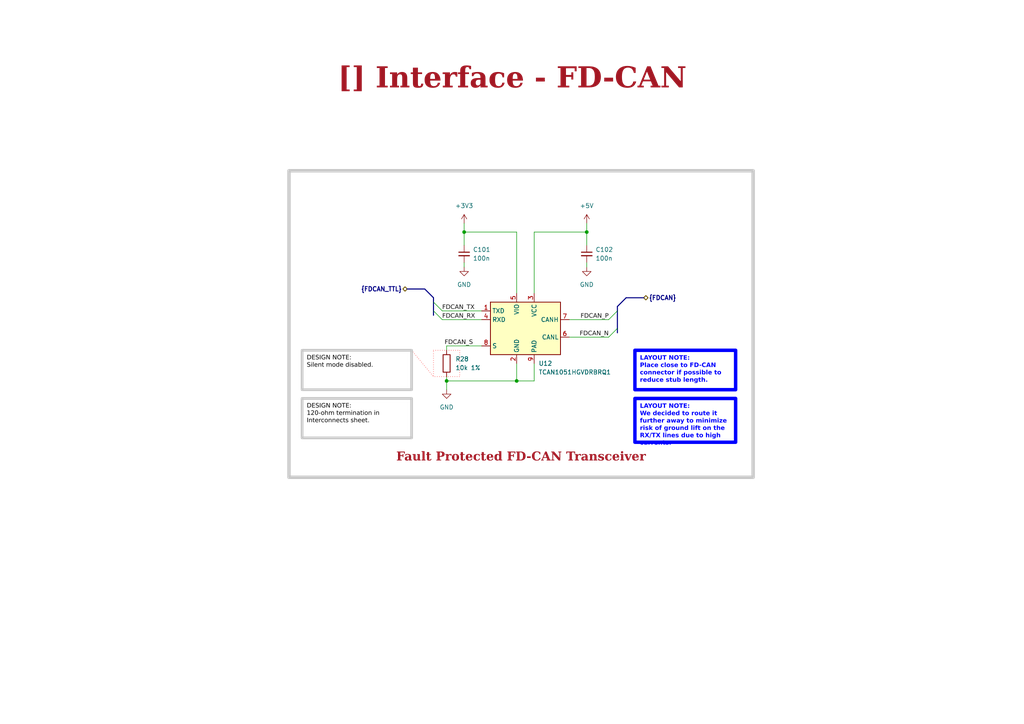
<source format=kicad_sch>
(kicad_sch (version 20230121) (generator eeschema)
  (paper "A4")
  (title_block (title "Interface - FD-CAN") (date "2023-10-15") (rev "${REVISION}") (company "${COMPANY}"))
  (lib_symbols
    (symbol "0_interface_can:TCAN1051HGVDRBRQ1"
      (property "Reference" "U" (at 0 0 0))
      (property "Value" "TCAN1051HGVDRBRQ1" (at 0 0 0))
      (symbol "TCAN1051HGVDRBRQ1_0_1"
        (rectangle (start -10.16 7.62) (end 10.16 -7.62) (stroke (width 0.254)) (fill (type background)))
      )
      (symbol "TCAN1051HGVDRBRQ1_1_1"
        (pin input line (at -12.7 5.08 0) (length 2.54) (name "TXD") (number "1"))
        (pin power_in line (at -2.54 -10.16 90) (length 2.54) (name "GND") (number "2"))
        (pin power_in line (at 2.54 10.16 270) (length 2.54) (name "VCC") (number "3"))
        (pin output line (at -12.7 2.54 0) (length 2.54) (name "RXD") (number "4"))
        (pin power_in line (at -2.54 10.16 270) (length 2.54) (name "VIO") (number "5"))
        (pin bidirectional line (at 12.7 -2.54 180) (length 2.54) (name "CANL") (number "6"))
        (pin bidirectional line (at 12.7 2.54 180) (length 2.54) (name "CANH") (number "7"))
        (pin input line (at -12.7 -5.08 0) (length 2.54) (name "S") (number "8"))
        (pin passive line (at 2.54 -10.16 90) (length 2.54) (name "PAD") (number "9"))
      )
    )
    (symbol "Device:C_Small" (pin_numbers hide) (pin_names (offset 0.254) hide)
      (property "Reference" "C" (at 0.254 1.778 0))
      (property "Value" "C_Small" (at 0.254 -2.032 0))
      (symbol "C_Small_0_1"
        (polyline (pts (xy -1.524 -0.508) (xy 1.524 -0.508)) (stroke (width 0.3302)))
        (polyline (pts (xy -1.524 0.508) (xy 1.524 0.508)) (stroke (width 0.3048)))
      )
      (symbol "C_Small_1_1"
        (pin passive line (at 0 2.54 270) (length 2.032) (name "~") (number "1"))
        (pin passive line (at 0 -2.54 90) (length 2.032) (name "~") (number "2"))
      )
    )
    (symbol "Device:R" (pin_numbers hide) (pin_names (offset 0))
      (property "Reference" "R" (at 2.032 0 90))
      (property "Value" "R" (at 0 0 90))
      (symbol "R_0_1"
        (rectangle (start -1.016 -2.54) (end 1.016 2.54) (stroke (width 0.254)))
      )
      (symbol "R_1_1"
        (pin passive line (at 0 3.81 270) (length 1.27) (name "~") (number "1"))
        (pin passive line (at 0 -3.81 90) (length 1.27) (name "~") (number "2"))
      )
    )
    (symbol "power:+3V3" (power) (pin_names (offset 0))
      (property "Value" "+3V3" (at 0 3.556 0))
      (symbol "+3V3_0_1"
        (polyline (pts (xy -0.762 1.27) (xy 0 2.54)))
        (polyline (pts (xy 0 0) (xy 0 2.54)))
        (polyline (pts (xy 0 2.54) (xy 0.762 1.27)))
      )
      (symbol "+3V3_1_1"
        (pin power_in line (at 0 0 90) (length 0) hide (name "+3V3") (number "1"))
      )
    )
    (symbol "power:+5V" (power) (pin_names (offset 0))
      (property "Value" "+5V" (at 0 3.556 0))
      (symbol "+5V_0_1"
        (polyline (pts (xy -0.762 1.27) (xy 0 2.54)))
        (polyline (pts (xy 0 0) (xy 0 2.54)))
        (polyline (pts (xy 0 2.54) (xy 0.762 1.27)))
      )
      (symbol "+5V_1_1"
        (pin power_in line (at 0 0 90) (length 0) hide (name "+5V") (number "1"))
      )
    )
    (symbol "power:GND" (power) (pin_names (offset 0))
      (property "Value" "GND" (at 0 -3.81 0))
      (symbol "GND_0_1"
        (polyline (pts (xy 0 0) (xy 0 -1.27) (xy 1.27 -1.27) (xy 0 -2.54) (xy -1.27 -1.27) (xy 0 -1.27)))
      )
      (symbol "GND_1_1"
        (pin power_in line (at 0 0 270) (length 0) hide (name "GND") (number "1"))
      )
    )
  )
  (junction (at 134.62 67.31))
  (junction (at 149.86 110.49))
  (junction (at 170.18 67.31))
  (junction (at 129.54 110.49))
  (bus_entry (at 179.07 95.25) (size -2.54 2.54))
  (bus_entry (at 179.07 90.17) (size -2.54 2.54))
  (bus_entry (at 125.73 87.63) (size 2.54 2.54))
  (bus_entry (at 125.73 90.17) (size 2.54 2.54))
  (wire (pts (xy 129.54 110.49) (xy 149.86 110.49)))
  (bus (pts (xy 179.07 90.17) (xy 179.07 95.25)))
  (wire (pts (xy 170.18 64.77) (xy 170.18 67.31)))
  (bus (pts (xy 179.07 88.9) (xy 179.07 90.17)))
  (bus (pts (xy 181.61 86.36) (xy 179.07 88.9)))
  (bus (pts (xy 123.19 83.82) (xy 125.73 86.36)))
  (wire (pts (xy 170.18 71.12) (xy 170.18 67.31)))
  (wire (pts (xy 129.54 100.33) (xy 139.7 100.33)))
  (wire (pts (xy 176.53 92.71) (xy 165.1 92.71)))
  (wire (pts (xy 149.86 110.49) (xy 154.94 110.49)))
  (bus (pts (xy 179.07 95.25) (xy 179.07 96.52)))
  (bus (pts (xy 125.73 86.36) (xy 125.73 87.63)))
  (wire (pts (xy 170.18 67.31) (xy 154.94 67.31)))
  (wire (pts (xy 128.27 92.71) (xy 139.7 92.71)))
  (wire (pts (xy 128.27 90.17) (xy 139.7 90.17)))
  (wire (pts (xy 134.62 77.47) (xy 134.62 76.2)))
  (wire (pts (xy 154.94 67.31) (xy 154.94 85.09)))
  (bus (pts (xy 125.73 87.63) (xy 125.73 90.17)))
  (wire (pts (xy 149.86 105.41) (xy 149.86 110.49)))
  (wire (pts (xy 134.62 71.12) (xy 134.62 67.31)))
  (bus (pts (xy 186.69 86.36) (xy 181.61 86.36)))
  (wire (pts (xy 170.18 77.47) (xy 170.18 76.2)))
  (bus (pts (xy 125.73 90.17) (xy 125.73 91.44)))
  (wire (pts (xy 176.53 97.79) (xy 165.1 97.79)))
  (wire (pts (xy 129.54 101.6) (xy 129.54 100.33)))
  (bus (pts (xy 118.11 83.82) (xy 123.19 83.82)))
  (wire (pts (xy 149.86 67.31) (xy 149.86 85.09)))
  (wire (pts (xy 129.54 113.03) (xy 129.54 110.49)))
  (wire (pts (xy 129.54 109.22) (xy 129.54 110.49)))
  (wire (pts (xy 154.94 110.49) (xy 154.94 105.41)))
  (wire (pts (xy 134.62 64.77) (xy 134.62 67.31)))
  (polyline (pts (xy 119.38 101.6) (xy 125.73 109.22)) (stroke (width 0) (type dot) (color 255 0 0 1)))
  (wire (pts (xy 134.62 67.31) (xy 149.86 67.31)))
  (rectangle (start 83.82 49.53) (end 218.44 138.43) (stroke (width 1) (color 200 200 200 1)))
  (rectangle (start 125.73 101.6) (end 133.35 109.22) (stroke (width 0) (type dot) (color 255 0 0 1)))
  (text_box "LAYOUT NOTE:\nPlace close to FD-CAN connector if possible to reduce stub length." (at 184.15 101.6 0) (size 29.21 11.43) (stroke (width 1) (color 0 0 255 1)) (effects (font (size 1.27 1.27) (thickness 0.4) bold) (justify left top)))
  (text_box "LAYOUT NOTE:\nWe decided to route it further away to minimize risk of ground lift on the RX/TX lines due to high currents." (at 184.15 115.57 0) (size 29.21 12.7) (stroke (width 1) (color 0 0 255 1)) (effects (font (size 1.27 1.27) (thickness 0.4) bold) (justify left top)))
  (text_box "DESIGN NOTE:\n120-ohm termination in Interconnects sheet." (at 87.63 115.57 0) (size 31.75 11.43) (stroke (width 0.8) (color 200 200 200 1)) (effects (font (size 1.27 1.27)) (justify left top)))
  (text_box "[${#}] ${TITLE}" (at 80.01 16.51 0) (size 137.16 12.7) (stroke (width -0.0001)) (effects (font (size 6 6) (thickness 1.2) bold)))
  (text_box "Fault Protected FD-CAN Transceiver" (at 85.09 127 0) (size 132.08 8.89) (stroke (width -0.0001)) (effects (font (size 2.54 2.54) (thickness 0.508) bold) (justify bottom)))
  (text_box "DESIGN NOTE:\nSilent mode disabled." (at 87.63 101.6 0) (size 31.75 11.43) (stroke (width 0.8) (color 200 200 200 1)) (effects (font (size 1.27 1.27)) (justify left top)))
  (label "FDCAN_TX" (at 128.27 90.17 0))
  (label "FDCAN_S" (at 137.16 100.33 180))
  (label "FDCAN_P" (at 176.53 92.71 180))
  (label "FDCAN_RX" (at 128.27 92.71 0))
  (label "FDCAN_N" (at 176.53 97.79 180))
  (hierarchical_label "{FDCAN_TTL}" (shape bidirectional) (at 118.11 83.82 180) (effects (font bold)))
  (hierarchical_label "{FDCAN}" (shape bidirectional) (at 186.69 86.36 0) (effects (font bold)))
  (symbol (lib_id "0_interface_can:TCAN1051HGVDRBRQ1") (at 152.4 95.25 0) (unit 1)
    (property "Reference" "U12" (at 156.21 105.41 0) (effects (justify left)))
    (property "Value" "TCAN1051HGVDRBRQ1" (at 156.21 107.95 0) (effects (justify left)))
    (property "Footprint" "0_package_SON:HVSON-8-1EP_3x3mm_P0.65mm_EP1.6x2.4mm_ThermalVias" (effects hide))
    (property "Datasheet" "https://www.ti.com/general/docs/suppproductinfo.tsp?distId=10&gotoUrl=https%3A%2F%2Fwww.ti.com%2Flit%2Fgpn%2Ftcan1051-q1" (effects hide))
  )
  (symbol (lib_id "power:+3V3") (at 134.62 64.77 0) (unit 1)
    (property "Reference" "#PWR054" (effects hide))
    (property "Value" "+3V3" (at 134.62 59.69 0))
  )
  (symbol (lib_id "power:GND") (at 129.54 113.03 0) (unit 1)
    (property "Reference" "#PWR053" (effects hide))
    (property "Value" "GND" (at 129.54 118.11 0))
  )
  (symbol (lib_id "power:GND") (at 134.62 77.47 0) (unit 1)
    (property "Reference" "#PWR055" (effects hide))
    (property "Value" "GND" (at 134.62 82.55 0))
  )
  (symbol (lib_id "power:GND") (at 170.18 77.47 0) (mirror y) (unit 1)
    (property "Reference" "#PWR057" (effects hide))
    (property "Value" "GND" (at 170.18 82.55 0))
  )
  (symbol (lib_id "Device:C_Small") (at 170.18 73.66 0) (unit 1)
    (property "Reference" "C102" (at 172.72 72.3963 0) (effects (justify left)))
    (property "Value" "100n" (at 172.72 74.9363 0) (effects (justify left)))
    (property "Footprint" "0_capacitor_smd:C_0402_1005_DensityHigh" (effects hide))
  )
  (symbol (lib_id "power:+5V") (at 170.18 64.77 0) (unit 1)
    (property "Reference" "#PWR056" (effects hide))
    (property "Value" "+5V" (at 170.18 59.69 0))
  )
  (symbol (lib_id "Device:C_Small") (at 134.62 73.66 0) (unit 1)
    (property "Reference" "C101" (at 137.16 72.3963 0) (effects (justify left)))
    (property "Value" "100n" (at 137.16 74.9363 0) (effects (justify left)))
    (property "Footprint" "0_capacitor_smd:C_0402_1005_DensityHigh" (effects hide))
  )
  (symbol (lib_id "Device:R") (at 129.54 105.41 0) (unit 1)
    (property "Reference" "R28" (at 132.08 104.14 0) (effects (justify left)))
    (property "Value" "10k 1%" (at 132.08 106.68 0) (effects (justify left)))
    (property "Footprint" "0_resistor_smd:R_0402_1005_DensityHigh" (effects hide))
  )
)
</source>
